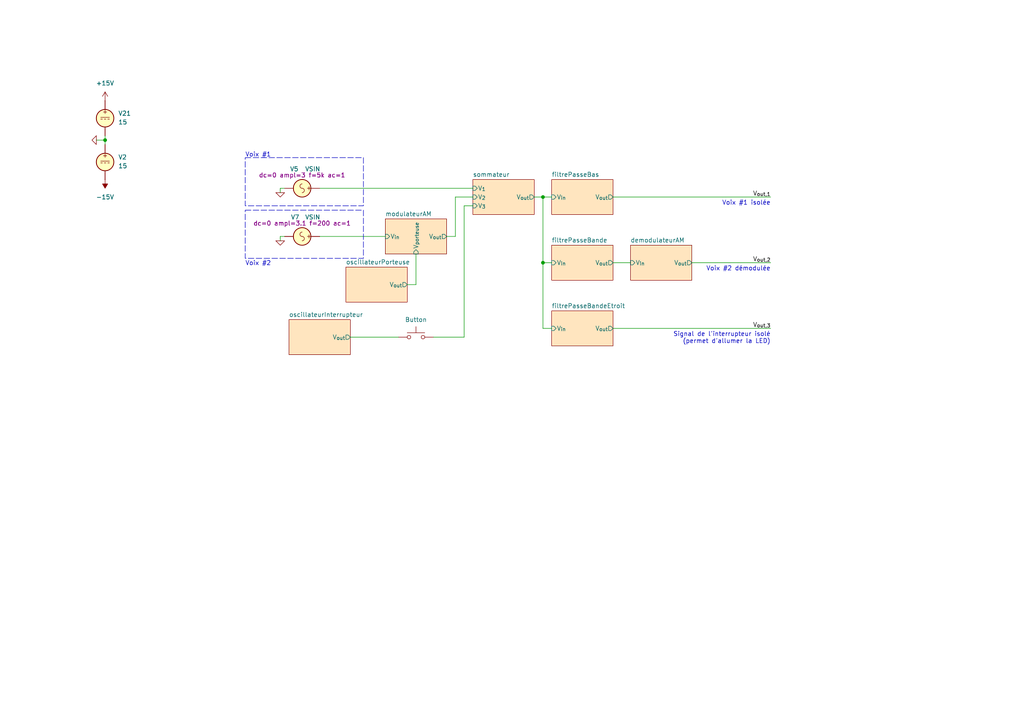
<source format=kicad_sch>
(kicad_sch (version 20250114) (generator "eeschema") (generator_version "9.0")
  (paper "A4")
  (title_block (title "Projet de multiplexage fréquentiel de signaux"))
  (lib_symbols
    (symbol "Simulation_SPICE:0" (power) (pin_numbers (hide yes)) (pin_names (offset 0) (hide yes))
      (property "Value" "0" (at 0 -2.54 0))
      (symbol "0_0_1"
        (polyline (pts (xy -1.27 0) (xy 0 -1.27) (xy 1.27 0) (xy -1.27 0)))
      )
      (symbol "0_1_1"
        (pin power_in line (at 0 0 0) (length 0) (name "~") (number "1"))
      )
    )
    (symbol "Simulation_SPICE:VDC" (pin_numbers (hide yes)) (pin_names (offset 0.0254))
      (property "Reference" "V" (at 2.54 2.54 0))
      (property "Value" "1" (at 2.54 0 0))
      (symbol "VDC_0_0"
        (polyline (pts (xy -1.27 0.254) (xy 1.27 0.254)))
        (polyline (pts (xy -0.762 -0.254) (xy -1.27 -0.254)))
        (polyline (pts (xy 0.254 -0.254) (xy -0.254 -0.254)))
        (polyline (pts (xy 1.27 -0.254) (xy 0.762 -0.254)))
        (text "+" (at 0 1.905 0) (effects (font (size 1.27 1.27))))
      )
      (symbol "VDC_0_1"
        (circle (center 0 0) (radius 2.54) (stroke (width 0.254)) (fill (type background)))
      )
      (symbol "VDC_1_1"
        (pin passive line (at 0 5.08 270) (length 2.54) (name "~") (number "1"))
        (pin passive line (at 0 -5.08 90) (length 2.54) (name "~") (number "2"))
      )
    )
    (symbol "Simulation_SPICE:VSIN" (pin_numbers (hide yes)) (pin_names (offset 0.0254))
      (property "Reference" "V" (at 2.54 2.54 0))
      (property "Value" "VSIN" (at 2.54 0 0))
      (property "Sim.Params" "dc=0 ampl=1 f=1k ac=1" (at 2.54 -2.54 0))
      (symbol "VSIN_0_0"
        (arc (start -1.27 0) (mid -0.635 0.6323) (end 0 0))
        (arc (start 1.27 0) (mid 0.635 -0.6323) (end 0 0))
        (text "+" (at 0 1.905 0) (effects (font (size 1.27 1.27))))
      )
      (symbol "VSIN_0_1"
        (circle (center 0 0) (radius 2.54) (stroke (width 0.254)) (fill (type background)))
      )
      (symbol "VSIN_1_1"
        (pin passive line (at 0 5.08 270) (length 2.54) (name "~") (number "1"))
        (pin passive line (at 0 -5.08 90) (length 2.54) (name "~") (number "2"))
      )
    )
    (symbol "Switch:SW_Push" (pin_numbers (hide yes)) (pin_names (offset 1.016) (hide yes))
      (property "Reference" "SW" (at 1.27 2.54 0))
      (property "Value" "SW_Push" (at 0 -1.524 0))
      (symbol "SW_Push_0_1"
        (circle (center -2.032 0) (radius 0.508))
        (polyline (pts (xy 0 1.27) (xy 0 3.048)))
        (circle (center 2.032 0) (radius 0.508))
        (polyline (pts (xy 2.54 1.27) (xy -2.54 1.27)))
        (pin passive line (at -5.08 0 0) (length 2.54) (name "1") (number "1"))
        (pin passive line (at 5.08 0 180) (length 2.54) (name "2") (number "2"))
      )
    )
    (symbol "power:+15V" (power) (pin_numbers (hide yes)) (pin_names (offset 0) (hide yes))
      (property "Value" "+15V" (at 0 3.556 0))
      (symbol "+15V_0_1"
        (polyline (pts (xy -0.762 1.27) (xy 0 2.54)))
        (polyline (pts (xy 0 2.54) (xy 0.762 1.27)))
        (polyline (pts (xy 0 0) (xy 0 2.54)))
      )
      (symbol "+15V_1_1"
        (pin power_in line (at 0 0 90) (length 0) (name "~") (number "1"))
      )
    )
    (symbol "power:-15V" (power) (pin_numbers (hide yes)) (pin_names (offset 0) (hide yes))
      (property "Value" "-15V" (at 0 3.556 0))
      (symbol "-15V_0_0"
        (pin power_in line (at 0 0 90) (length 0) (name "~") (number "1"))
      )
      (symbol "-15V_0_1"
        (polyline (pts (xy 0 0) (xy 0 1.27) (xy 0.762 1.27) (xy 0 2.54) (xy -0.762 1.27) (xy 0 1.27)) (fill (type outline)))
      )
    )
  )
  (rectangle (start 71.12 60.96) (end 105.41 74.93) (stroke (width 0) (type dash)))
  (rectangle (start 71.12 45.72) (end 105.41 59.69) (stroke (width 0) (type dash)))
  (text "Voix #1 isolée" (at 223.52 59.69 0) (effects (font (size 1.27 1.27)) (justify right bottom)))
  (text "Voix #2" (at 71.12 77.216 0) (effects (font (size 1.27 1.27)) (justify left bottom)))
  (text "Voix #2 démodulée" (at 223.52 78.74 0) (effects (font (size 1.27 1.27)) (justify right bottom)))
  (text "Voix #1" (at 71.12 45.72 0) (effects (font (size 1.27 1.27)) (justify left bottom)))
  (text "Signal de l'interrupteur isolé\n(permet d'allumer la LED)" (at 223.52 99.822 0) (effects (font (size 1.27 1.27)) (justify right bottom)))
  (junction (at 30.48 40.64))
  (junction (at 157.48 57.15))
  (junction (at 157.48 76.2))
  (wire (pts (xy 92.71 54.61) (xy 137.16 54.61)))
  (wire (pts (xy 157.48 76.2) (xy 160.02 76.2)))
  (wire (pts (xy 157.48 57.15) (xy 160.02 57.15)))
  (wire (pts (xy 81.28 54.61) (xy 81.28 55.88)))
  (wire (pts (xy 134.62 59.69) (xy 134.62 97.79)))
  (wire (pts (xy 125.73 97.79) (xy 134.62 97.79)))
  (wire (pts (xy 154.94 57.15) (xy 157.48 57.15)))
  (wire (pts (xy 81.28 69.85) (xy 81.28 68.58)))
  (wire (pts (xy 177.8 57.15) (xy 223.52 57.15)))
  (wire (pts (xy 177.8 76.2) (xy 182.88 76.2)))
  (wire (pts (xy 120.65 82.55) (xy 120.65 73.66)))
  (wire (pts (xy 92.71 68.58) (xy 111.76 68.58)))
  (wire (pts (xy 132.08 57.15) (xy 137.16 57.15)))
  (wire (pts (xy 30.48 41.91) (xy 30.48 40.64)))
  (wire (pts (xy 177.8 95.25) (xy 223.52 95.25)))
  (wire (pts (xy 81.28 68.58) (xy 82.55 68.58)))
  (wire (pts (xy 129.54 68.58) (xy 132.08 68.58)))
  (wire (pts (xy 30.48 40.64) (xy 30.48 39.37)))
  (wire (pts (xy 200.66 76.2) (xy 223.52 76.2)))
  (wire (pts (xy 157.48 76.2) (xy 157.48 95.25)))
  (wire (pts (xy 132.08 68.58) (xy 132.08 57.15)))
  (wire (pts (xy 101.6 97.79) (xy 115.57 97.79)))
  (wire (pts (xy 137.16 59.69) (xy 134.62 59.69)))
  (wire (pts (xy 118.11 82.55) (xy 120.65 82.55)))
  (wire (pts (xy 157.48 57.15) (xy 157.48 76.2)))
  (wire (pts (xy 27.94 40.64) (xy 30.48 40.64)))
  (wire (pts (xy 160.02 95.25) (xy 157.48 95.25)))
  (wire (pts (xy 82.55 54.61) (xy 81.28 54.61)))
  (label "V_{out,2}" (at 223.52 76.2 180))
  (label "V_{out,3}" (at 223.52 95.25 180))
  (label "V_{out,1}" (at 223.52 57.15 180))
  (symbol (lib_id "Simulation_SPICE:0") (at 27.94 40.64 270) (unit 1)
    (property "Reference" "#GND01" (effects (hide yes)))
    (property "Value" "0" (effects (hide yes)))
    (property "Datasheet" "https://ngspice.sourceforge.io/docs/ngspice-html-manual/manual.xhtml#subsec_Circuit_elements__device" (effects (hide yes)))
    (property "Description" "0V reference potential for simulation" (effects (hide yes)))
  )
  (symbol (lib_id "Switch:SW_Push") (at 120.65 97.79 0) (unit 1)
    (property "Reference" "SW1" (effects (hide yes)))
    (property "Value" "Button" (at 120.65 92.71 0))
    (property "Description" "Push button switch, generic, two pins" (effects (hide yes)))
    (property "Sim.Device" "R" (effects (hide yes)))
    (property "Sim.Pins" "1=+ 2=-" (effects (hide yes)))
    (property "Sim.Params" "r=0" (effects (hide yes)))
  )
  (symbol (lib_id "Simulation_SPICE:0") (at 81.28 69.85 0) (unit 1)
    (property "Reference" "#GND02" (effects (hide yes)))
    (property "Value" "0" (effects (hide yes)))
    (property "Datasheet" "https://ngspice.sourceforge.io/docs/ngspice-html-manual/manual.xhtml#subsec_Circuit_elements__device" (effects (hide yes)))
    (property "Description" "0V reference potential for simulation" (effects (hide yes)))
  )
  (symbol (lib_id "Simulation_SPICE:0") (at 81.28 55.88 0) (unit 1)
    (property "Reference" "#GND04" (effects (hide yes)))
    (property "Value" "0" (effects (hide yes)))
    (property "Datasheet" "https://ngspice.sourceforge.io/docs/ngspice-html-manual/manual.xhtml#subsec_Circuit_elements__device" (effects (hide yes)))
    (property "Description" "0V reference potential for simulation" (effects (hide yes)))
  )
  (symbol (lib_id "Simulation_SPICE:VDC") (at 30.48 34.29 0) (unit 1)
    (property "Reference" "V21" (at 34.29 32.8901 0) (effects (justify left)))
    (property "Value" "15" (at 34.29 35.4301 0) (effects (justify left)))
    (property "Datasheet" "https://ngspice.sourceforge.io/docs/ngspice-html-manual/manual.xhtml#sec_Independent_Sources_for" (effects (hide yes)))
    (property "Description" "Voltage source, DC" (effects (hide yes)))
    (property "Sim.Pins" "1=+ 2=-" (effects (hide yes)))
    (property "Sim.Type" "DC" (effects (hide yes)))
    (property "Sim.Device" "V" (effects (hide yes)))
  )
  (symbol (lib_id "power:-15V") (at 30.48 52.07 180) (unit 1)
    (property "Reference" "#PWR02" (effects (hide yes)))
    (property "Value" "-15V" (at 30.48 57.15 0))
    (property "Description" "Power symbol creates a global label with name \"-15V\"" (effects (hide yes)))
  )
  (symbol (lib_id "power:+15V") (at 30.48 29.21 0) (unit 1)
    (property "Reference" "#PWR01" (effects (hide yes)))
    (property "Value" "+15V" (at 30.48 24.13 0))
    (property "Description" "Power symbol creates a global label with name \"+15V\"" (effects (hide yes)))
  )
  (symbol (lib_id "Simulation_SPICE:VDC") (at 30.48 46.99 0) (unit 1)
    (property "Reference" "V2" (at 34.29 45.5901 0) (effects (justify left)))
    (property "Value" "15" (at 34.29 48.1301 0) (effects (justify left)))
    (property "Datasheet" "https://ngspice.sourceforge.io/docs/ngspice-html-manual/manual.xhtml#sec_Independent_Sources_for" (effects (hide yes)))
    (property "Description" "Voltage source, DC" (effects (hide yes)))
    (property "Sim.Pins" "1=+ 2=-" (effects (hide yes)))
    (property "Sim.Type" "DC" (effects (hide yes)))
    (property "Sim.Device" "V" (effects (hide yes)))
  )
  (symbol (lib_id "Simulation_SPICE:VSIN") (at 87.63 54.61 270) (mirror x) (unit 1)
    (property "Reference" "V5" (at 85.344 49.022 90))
    (property "Value" "VSIN" (at 90.678 49.022 90))
    (property "Datasheet" "https://ngspice.sourceforge.io/docs/ngspice-html-manual/manual.xhtml#sec_Independent_Sources_for" (effects (hide yes)))
    (property "Description" "Voltage source, sinusoidal" (effects (hide yes)))
    (property "Sim.Pins" "1=+ 2=-" (effects (hide yes)))
    (property "Sim.Params" "dc=0 ampl=3 f=5k ac=1" (at 87.63 50.8 90))
    (property "Sim.Type" "SIN" (effects (hide yes)))
    (property "Sim.Device" "V" (effects (hide yes)))
  )
  (symbol (lib_id "Simulation_SPICE:VSIN") (at 87.63 68.58 270) (mirror x) (unit 1)
    (property "Reference" "V7" (at 85.598 62.992 90))
    (property "Value" "VSIN" (at 90.678 62.992 90))
    (property "Datasheet" "https://ngspice.sourceforge.io/docs/ngspice-html-manual/manual.xhtml#sec_Independent_Sources_for" (effects (hide yes)))
    (property "Description" "Voltage source, sinusoidal" (effects (hide yes)))
    (property "Sim.Pins" "1=+ 2=-" (effects (hide yes)))
    (property "Sim.Params" "dc=0 ampl=3.1 f=200 ac=1" (at 87.63 64.77 90))
    (property "Sim.Type" "SIN" (effects (hide yes)))
    (property "Sim.Device" "V" (effects (hide yes)))
  )
  (sheet (at 160.02 52.07) (size 17.78 10.16) (stroke (width 0.1524)) (fill (color 255 229 191 1.0000))
    (property "Sheetname" "filtrePasseBas" (at 160.02 51.3584 0) (effects (justify left bottom)))
    (property "Sheetfile" "filtrePasseBas.kicad_sch" (effects (hide yes)))
    (pin "V_{in}" input (at 160.02 57.15 180))
    (pin "V_{out}" output (at 177.8 57.15 0))
  )
  (sheet (at 160.02 90.17) (size 17.78 10.16) (stroke (width 0.1524)) (fill (color 255 229 191 1.0000))
    (property "Sheetname" "filtrePasseBandeEtroit" (at 160.02 89.4584 0) (effects (justify left bottom)))
    (property "Sheetfile" "filtrePasseBandeEtroit.kicad_sch" (effects (hide yes)))
    (pin "V_{in}" input (at 160.02 95.25 180))
    (pin "V_{out}" output (at 177.8 95.25 0))
  )
  (sheet (at 182.88 71.12) (size 17.78 10.16) (stroke (width 0.1524)) (fill (color 255 229 191 1.0000))
    (property "Sheetname" "demodulateurAM" (at 182.88 70.4084 0) (effects (justify left bottom)))
    (property "Sheetfile" "demodulateurAM.kicad_sch" (effects (hide yes)))
    (pin "V_{in}" input (at 182.88 76.2 180))
    (pin "V_{out}" output (at 200.66 76.2 0))
  )
  (sheet (at 111.76 63.5) (size 17.78 10.16) (stroke (width 0.1524)) (fill (color 255 229 191 1.0000))
    (property "Sheetname" "modulateurAM" (at 111.76 62.7884 0) (effects (justify left bottom)))
    (property "Sheetfile" "modulateurAM.kicad_sch" (effects (hide yes)))
    (pin "V_{in}" input (at 111.76 68.58 180))
    (pin "V_{out}" output (at 129.54 68.58 0))
    (pin "V_{porteuse}" input (at 120.65 73.66 270))
  )
  (sheet (at 100.33 77.47) (size 17.78 10.16) (stroke (width 0.1524)) (fill (color 255 229 191 1.0000))
    (property "Sheetname" "oscillateurPorteuse" (at 100.33 76.7584 0) (effects (justify left bottom)))
    (property "Sheetfile" "oscillateurPorteuse.kicad_sch" (effects (hide yes)))
    (pin "V_{out}" output (at 118.11 82.55 0))
  )
  (sheet (at 160.02 71.12) (size 17.78 10.16) (stroke (width 0.1524)) (fill (color 255 229 191 1.0000))
    (property "Sheetname" "filtrePasseBande" (at 160.02 70.4084 0) (effects (justify left bottom)))
    (property "Sheetfile" "filtrePasseBande.kicad_sch" (effects (hide yes)))
    (pin "V_{in}" input (at 160.02 76.2 180))
    (pin "V_{out}" output (at 177.8 76.2 0))
  )
  (sheet (at 83.82 92.71) (size 17.78 10.16) (stroke (width 0.1524)) (fill (color 255 229 191 1.0000))
    (property "Sheetname" "oscillateurInterrupteur" (at 83.82 91.9984 0) (effects (justify left bottom)))
    (property "Sheetfile" "oscillateurInterrupteur.kicad_sch" (effects (hide yes)))
    (pin "V_{out}" output (at 101.6 97.79 0))
  )
  (sheet (at 137.16 52.07) (size 17.78 10.16) (stroke (width 0.1524)) (fill (color 255 229 191 1.0000))
    (property "Sheetname" "sommateur" (at 137.16 51.3584 0) (effects (justify left bottom)))
    (property "Sheetfile" "sommateur.kicad_sch" (effects (hide yes)))
    (pin "V_{1}" input (at 137.16 54.61 180))
    (pin "V_{2}" input (at 137.16 57.15 180))
    (pin "V_{3}" input (at 137.16 59.69 180))
    (pin "V_{out}" output (at 154.94 57.15 0))
  )
)
</source>
